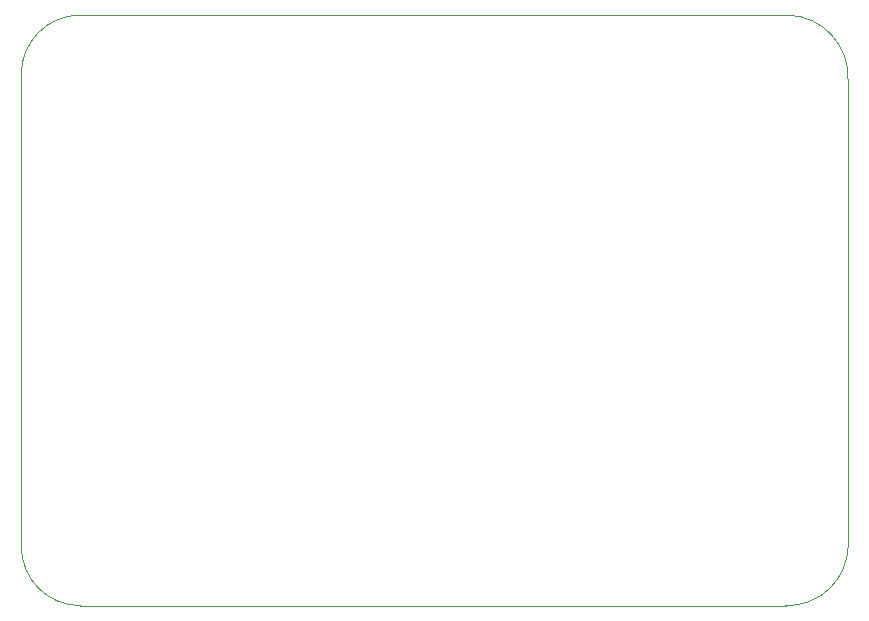
<source format=gko>
G04*
G04 #@! TF.GenerationSoftware,Altium Limited,CircuitMaker,2.2.0 (2.2.0.5)*
G04*
G04 Layer_Color=16720538*
%FSLAX25Y25*%
%MOIN*%
G70*
G04*
G04 #@! TF.SameCoordinates,81B0039B-3CC0-4BB0-BBFD-AD45440123D6*
G04*
G04*
G04 #@! TF.FilePolarity,Positive*
G04*
G01*
G75*
%ADD36C,0.00394*%
D36*
X118110Y314961D02*
G03*
X98425Y295276I0J-19685D01*
G01*
X98425Y137795D02*
G03*
X118110Y118110I19685J0D01*
G01*
X374016Y293307D02*
G03*
X354331Y314961I-20669J984D01*
G01*
X353180Y118110D02*
G03*
X374058Y137795I596J20281D01*
G01*
X98425Y137795D02*
Y295276D01*
Y137795D02*
X98425Y137795D01*
X374016Y293307D02*
X374058Y293265D01*
X374016Y137795D02*
Y293265D01*
X118110Y314961D02*
X354331D01*
X118110Y118110D02*
X353180D01*
M02*

</source>
